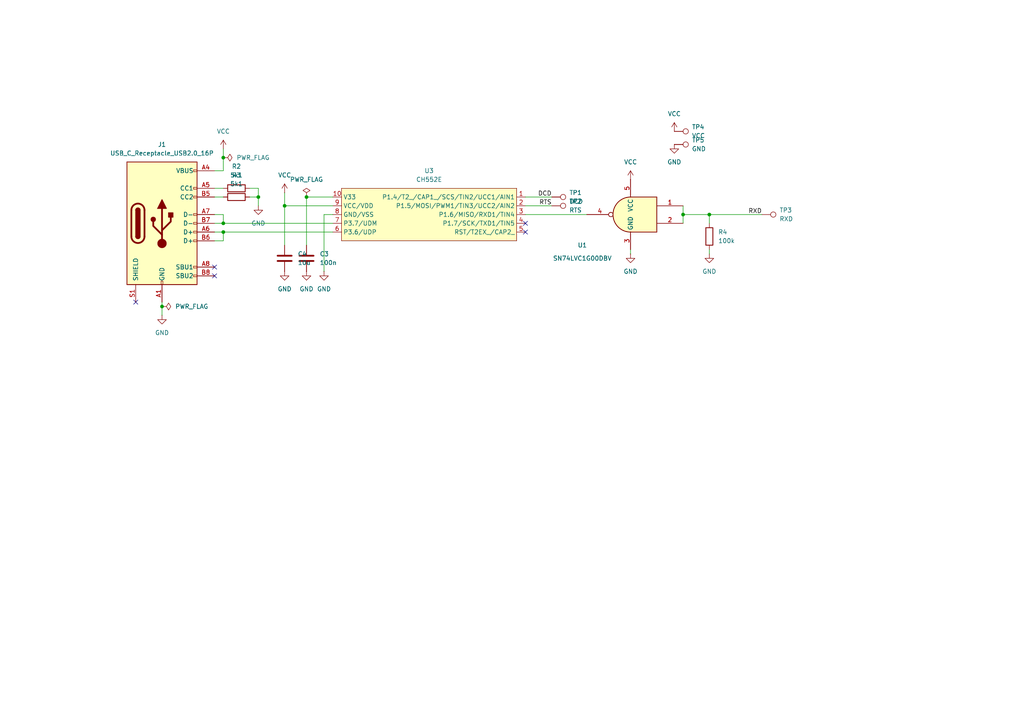
<source format=kicad_sch>
(kicad_sch (version 20231120) (generator "eeschema") (generator_version "8.0")
  (paper "A4")
  (lib_symbols
    (symbol "74xGxx:SN74LVC1G00DBV"
      (property "Reference" "U" (at -5.08 7.62 0))
      (property "Value" "SN74LVC1G00DBV" (at 7.62 -7.62 0))
      (symbol "SN74LVC1G00DBV_0_1"
        (arc (start 0 -5.08) (mid 5.0579 0) (end 0 5.08) (stroke (width 0.254)) (fill (type background)))
        (polyline (pts (xy 0 -5.08) (xy -7.62 -5.08) (xy -7.62 5.08) (xy 0 5.08)) (stroke (width 0.254)) (fill (type background)))
      )
      (symbol "SN74LVC1G00DBV_1_1"
        (pin input line (at -15.24 2.54 0) (length 7.62) (name "~") (number "1"))
        (pin input line (at -15.24 -2.54 0) (length 7.62) (name "~") (number "2"))
        (pin power_in line (at 0 -10.16 90) (length 5.08) (name "GND") (number "3"))
        (pin output inverted (at 12.7 0 180) (length 7.62) (name "~") (number "4"))
        (pin power_in line (at 0 10.16 270) (length 5.08) (name "VCC") (number "5"))
      )
    )
    (symbol "Connector:TestPoint" (pin_numbers hide) (pin_names (offset 0.762) hide)
      (property "Reference" "TP" (at 0 6.858 0))
      (property "Value" "TestPoint" (at 0 5.08 0))
      (symbol "TestPoint_0_1"
        (circle (center 0 3.302) (radius 0.762))
      )
      (symbol "TestPoint_1_1"
        (pin passive line (at 0 0 90) (length 2.54) (name "1") (number "1"))
      )
    )
    (symbol "Connector:USB_C_Receptacle_USB2.0_16P" (pin_names (offset 1.016))
      (property "Reference" "J" (at 0 22.225 0))
      (property "Value" "USB_C_Receptacle_USB2.0_16P" (at 0 19.685 0))
      (symbol "USB_C_Receptacle_USB2.0_16P_0_0"
        (rectangle (start -0.254 -17.78) (end 0.254 -16.764))
        (rectangle (start 10.16 -14.986) (end 9.144 -15.494))
        (rectangle (start 10.16 -12.446) (end 9.144 -12.954))
        (rectangle (start 10.16 -4.826) (end 9.144 -5.334))
        (rectangle (start 10.16 -2.286) (end 9.144 -2.794))
        (rectangle (start 10.16 0.254) (end 9.144 -0.254))
        (rectangle (start 10.16 2.794) (end 9.144 2.286))
        (rectangle (start 10.16 7.874) (end 9.144 7.366))
        (rectangle (start 10.16 10.414) (end 9.144 9.906))
        (rectangle (start 10.16 15.494) (end 9.144 14.986))
      )
      (symbol "USB_C_Receptacle_USB2.0_16P_0_1"
        (rectangle (start -10.16 17.78) (end 10.16 -17.78) (stroke (width 0.254)) (fill (type background)))
        (arc (start -8.89 -3.81) (mid -6.985 -5.7067) (end -5.08 -3.81) (stroke (width 0.508)))
        (arc (start -7.62 -3.81) (mid -6.985 -4.4423) (end -6.35 -3.81) (stroke (width 0.254)))
        (arc (start -7.62 -3.81) (mid -6.985 -4.4423) (end -6.35 -3.81) (stroke (width 0.254)) (fill (type outline)))
        (rectangle (start -7.62 -3.81) (end -6.35 3.81) (stroke (width 0.254)) (fill (type outline)))
        (arc (start -6.35 3.81) (mid -6.985 4.4423) (end -7.62 3.81) (stroke (width 0.254)))
        (arc (start -6.35 3.81) (mid -6.985 4.4423) (end -7.62 3.81) (stroke (width 0.254)) (fill (type outline)))
        (arc (start -5.08 3.81) (mid -6.985 5.7067) (end -8.89 3.81) (stroke (width 0.508)))
        (circle (center -2.54 1.143) (radius 0.635) (stroke (width 0.254)) (fill (type outline)))
        (circle (center 0 -5.842) (radius 1.27) (fill (type outline)))
        (polyline (pts (xy -8.89 -3.81) (xy -8.89 3.81)) (stroke (width 0.508)))
        (polyline (pts (xy -5.08 3.81) (xy -5.08 -3.81)) (stroke (width 0.508)))
        (polyline (pts (xy 0 -5.842) (xy 0 4.318)) (stroke (width 0.508)))
        (polyline (pts (xy 0 -3.302) (xy -2.54 -0.762) (xy -2.54 0.508)) (stroke (width 0.508)))
        (polyline (pts (xy 0 -2.032) (xy 2.54 0.508) (xy 2.54 1.778)) (stroke (width 0.508)))
        (polyline (pts (xy -1.27 4.318) (xy 0 6.858) (xy 1.27 4.318) (xy -1.27 4.318)) (stroke (width 0.254)) (fill (type outline)))
        (rectangle (start 1.905 1.778) (end 3.175 3.048) (stroke (width 0.254)) (fill (type outline)))
      )
      (symbol "USB_C_Receptacle_USB2.0_16P_1_1"
        (pin passive line (at 0 -22.86 90) (length 5.08) (name "GND") (number "A1"))
        (pin passive line (at 0 -22.86 90) (length 5.08) hide (name "GND") (number "A12"))
        (pin passive line (at 15.24 15.24 180) (length 5.08) (name "VBUS") (number "A4"))
        (pin bidirectional line (at 15.24 10.16 180) (length 5.08) (name "CC1") (number "A5"))
        (pin bidirectional line (at 15.24 -2.54 180) (length 5.08) (name "D+") (number "A6"))
        (pin bidirectional line (at 15.24 2.54 180) (length 5.08) (name "D-") (number "A7"))
        (pin bidirectional line (at 15.24 -12.7 180) (length 5.08) (name "SBU1") (number "A8"))
        (pin passive line (at 15.24 15.24 180) (length 5.08) hide (name "VBUS") (number "A9"))
        (pin passive line (at 0 -22.86 90) (length 5.08) hide (name "GND") (number "B1"))
        (pin passive line (at 0 -22.86 90) (length 5.08) hide (name "GND") (number "B12"))
        (pin passive line (at 15.24 15.24 180) (length 5.08) hide (name "VBUS") (number "B4"))
        (pin bidirectional line (at 15.24 7.62 180) (length 5.08) (name "CC2") (number "B5"))
        (pin bidirectional line (at 15.24 -5.08 180) (length 5.08) (name "D+") (number "B6"))
        (pin bidirectional line (at 15.24 0 180) (length 5.08) (name "D-") (number "B7"))
        (pin bidirectional line (at 15.24 -15.24 180) (length 5.08) (name "SBU2") (number "B8"))
        (pin passive line (at 15.24 15.24 180) (length 5.08) hide (name "VBUS") (number "B9"))
        (pin passive line (at -7.62 -22.86 90) (length 5.08) (name "SHIELD") (number "S1"))
      )
    )
    (symbol "Device:C" (pin_numbers hide) (pin_names (offset 0.254))
      (property "Reference" "C" (at 0.635 2.54 0))
      (property "Value" "C" (at 0.635 -2.54 0))
      (symbol "C_0_1"
        (polyline (pts (xy -2.032 -0.762) (xy 2.032 -0.762)) (stroke (width 0.508)))
        (polyline (pts (xy -2.032 0.762) (xy 2.032 0.762)) (stroke (width 0.508)))
      )
      (symbol "C_1_1"
        (pin passive line (at 0 3.81 270) (length 2.794) (name "~") (number "1"))
        (pin passive line (at 0 -3.81 90) (length 2.794) (name "~") (number "2"))
      )
    )
    (symbol "Device:R" (pin_numbers hide) (pin_names (offset 0))
      (property "Reference" "R" (at 2.032 0 90))
      (property "Value" "R" (at 0 0 90))
      (symbol "R_0_1"
        (rectangle (start -1.016 -2.54) (end 1.016 2.54) (stroke (width 0.254)))
      )
      (symbol "R_1_1"
        (pin passive line (at 0 3.81 270) (length 1.27) (name "~") (number "1"))
        (pin passive line (at 0 -3.81 90) (length 1.27) (name "~") (number "2"))
      )
    )
    (symbol "power:GND" (power) (pin_numbers hide) (pin_names (offset 0) hide)
      (property "Value" "GND" (at 0 -3.81 0))
      (symbol "GND_0_1"
        (polyline (pts (xy 0 0) (xy 0 -1.27) (xy 1.27 -1.27) (xy 0 -2.54) (xy -1.27 -1.27) (xy 0 -1.27)))
      )
      (symbol "GND_1_1"
        (pin power_in line (at 0 0 270) (length 0) (name "~") (number "1"))
      )
    )
    (symbol "power:PWR_FLAG" (power) (pin_numbers hide) (pin_names (offset 0) hide)
      (property "Value" "PWR_FLAG" (at 0 3.81 0))
      (symbol "PWR_FLAG_0_0"
        (pin power_out line (at 0 0 90) (length 0) (name "~") (number "1"))
      )
      (symbol "PWR_FLAG_0_1"
        (polyline (pts (xy 0 0) (xy 0 1.27) (xy -1.016 1.905) (xy 0 2.54) (xy 1.016 1.905) (xy 0 1.27)))
      )
    )
    (symbol "power:VCC" (power) (pin_numbers hide) (pin_names (offset 0) hide)
      (property "Value" "VCC" (at 0 3.556 0))
      (symbol "VCC_0_1"
        (polyline (pts (xy -0.762 1.27) (xy 0 2.54)))
        (polyline (pts (xy 0 0) (xy 0 2.54)))
        (polyline (pts (xy 0 2.54) (xy 0.762 1.27)))
      )
      (symbol "VCC_1_1"
        (pin power_in line (at 0 0 90) (length 0) (name "~") (number "1"))
      )
    )
    (symbol "ppk:CH552E"
      (property "Reference" "U" (at -24.638 10.922 0))
      (property "Value" "CH552E" (at -21.59 8.89 0))
      (symbol "CH552E_1_1"
        (rectangle (start -25.4 7.62) (end 25.4 -7.62) (fill (type background)))
        (pin bidirectional line (at -27.94 5.08 0) (length 2.54) (name "P1.4/T2_/CAP1_/SCS/TIN2/UCC1/AIN1") (number "1"))
        (pin power_in line (at 27.94 5.08 180) (length 2.54) (name "V33") (number "10"))
        (pin bidirectional line (at -27.94 2.54 0) (length 2.54) (name "P1.5/MOSI/PWM1/TIN3/UCC2/AIN2") (number "2"))
        (pin bidirectional line (at -27.94 0 0) (length 2.54) (name "P1.6/MISO/RXD1/TIN4") (number "3"))
        (pin bidirectional line (at -27.94 -2.54 0) (length 2.54) (name "P1.7/SCK/TXD1/TIN5") (number "4"))
        (pin bidirectional line (at -27.94 -5.08 0) (length 2.54) (name "RST/T2EX_/CAP2_") (number "5"))
        (pin bidirectional line (at 27.94 -5.08 180) (length 2.54) (name "P3.6/UDP") (number "6"))
        (pin bidirectional line (at 27.94 -2.54 180) (length 2.54) (name "P3.7/UDM") (number "7"))
        (pin power_in line (at 27.94 0 180) (length 2.54) (name "GND/VSS") (number "8"))
        (pin power_in line (at 27.94 2.54 180) (length 2.54) (name "VCC/VDD") (number "9"))
      )
    )
  )
  (junction (at 82.55 59.69))
  (junction (at 88.9 57.15))
  (junction (at 64.77 64.77))
  (junction (at 74.93 57.15))
  (junction (at 64.77 67.31))
  (junction (at 46.99 88.9))
  (junction (at 205.74 62.23))
  (junction (at 198.12 62.23))
  (junction (at 64.77 45.72))
  (no_connect (at 152.4 67.31))
  (no_connect (at 62.23 77.47))
  (no_connect (at 62.23 80.01))
  (no_connect (at 39.37 87.63))
  (no_connect (at 152.4 64.77))
  (wire (pts (xy 64.77 62.23) (xy 64.77 64.77)))
  (wire (pts (xy 62.23 69.85) (xy 64.77 69.85)))
  (wire (pts (xy 205.74 62.23) (xy 220.98 62.23)))
  (wire (pts (xy 62.23 62.23) (xy 64.77 62.23)))
  (wire (pts (xy 88.9 57.15) (xy 88.9 71.12)))
  (wire (pts (xy 72.39 57.15) (xy 74.93 57.15)))
  (wire (pts (xy 64.77 57.15) (xy 62.23 57.15)))
  (wire (pts (xy 64.77 69.85) (xy 64.77 67.31)))
  (wire (pts (xy 62.23 64.77) (xy 64.77 64.77)))
  (wire (pts (xy 64.77 45.72) (xy 64.77 43.18)))
  (wire (pts (xy 152.4 59.69) (xy 160.02 59.69)))
  (wire (pts (xy 64.77 67.31) (xy 96.52 67.31)))
  (wire (pts (xy 82.55 55.88) (xy 82.55 59.69)))
  (wire (pts (xy 74.93 57.15) (xy 74.93 59.69)))
  (wire (pts (xy 96.52 62.23) (xy 93.98 62.23)))
  (wire (pts (xy 62.23 67.31) (xy 64.77 67.31)))
  (wire (pts (xy 82.55 59.69) (xy 96.52 59.69)))
  (wire (pts (xy 93.98 62.23) (xy 93.98 78.74)))
  (wire (pts (xy 64.77 54.61) (xy 62.23 54.61)))
  (wire (pts (xy 198.12 62.23) (xy 198.12 64.77)))
  (wire (pts (xy 160.02 57.15) (xy 152.4 57.15)))
  (wire (pts (xy 82.55 71.12) (xy 82.55 59.69)))
  (wire (pts (xy 62.23 49.53) (xy 64.77 49.53)))
  (wire (pts (xy 198.12 59.69) (xy 198.12 62.23)))
  (wire (pts (xy 152.4 62.23) (xy 170.18 62.23)))
  (wire (pts (xy 72.39 54.61) (xy 74.93 54.61)))
  (wire (pts (xy 64.77 49.53) (xy 64.77 45.72)))
  (wire (pts (xy 46.99 88.9) (xy 46.99 87.63)))
  (wire (pts (xy 74.93 54.61) (xy 74.93 57.15)))
  (wire (pts (xy 46.99 91.44) (xy 46.99 88.9)))
  (wire (pts (xy 205.74 62.23) (xy 205.74 64.77)))
  (wire (pts (xy 88.9 57.15) (xy 96.52 57.15)))
  (wire (pts (xy 205.74 73.66) (xy 205.74 72.39)))
  (wire (pts (xy 198.12 62.23) (xy 205.74 62.23)))
  (wire (pts (xy 182.88 73.66) (xy 182.88 72.39)))
  (wire (pts (xy 64.77 64.77) (xy 96.52 64.77)))
  (label "DCD" (at 160.02 57.15 180))
  (label "RXD" (at 220.98 62.23 180))
  (label "RTS" (at 160.02 59.69 180))
  (symbol (lib_id "power:GND") (at 195.58 41.91 0) (unit 1)
    (property "Reference" "#PWR11" (effects (hide yes)))
    (property "Value" "GND" (at 195.58 46.99 0))
    (property "Description" "Power symbol creates a global label with name \"GND\" , ground" (effects (hide yes)))
  )
  (symbol (lib_id "power:GND") (at 82.55 78.74 0) (unit 1)
    (property "Reference" "#PWR6" (effects (hide yes)))
    (property "Value" "GND" (at 82.55 83.82 0))
    (property "Description" "Power symbol creates a global label with name \"GND\" , ground" (effects (hide yes)))
  )
  (symbol (lib_id "power:PWR_FLAG") (at 88.9 57.15 0) (unit 1)
    (property "Reference" "#FLG3" (effects (hide yes)))
    (property "Value" "PWR_FLAG" (at 88.9 52.07 0))
    (property "Description" "Special symbol for telling ERC where power comes from" (effects (hide yes)))
  )
  (symbol (lib_id "power:GND") (at 74.93 59.69 0) (unit 1)
    (property "Reference" "#PWR1" (effects (hide yes)))
    (property "Value" "GND" (at 74.93 64.77 0))
    (property "Description" "Power symbol creates a global label with name \"GND\" , ground" (effects (hide yes)))
  )
  (symbol (lib_id "power:PWR_FLAG") (at 64.77 45.72 270) (unit 1)
    (property "Reference" "#FLG1" (effects (hide yes)))
    (property "Value" "PWR_FLAG" (at 68.58 45.7199 90) (effects (justify left)))
    (property "Description" "Special symbol for telling ERC where power comes from" (effects (hide yes)))
  )
  (symbol (lib_id "Connector:TestPoint") (at 160.02 59.69 270) (unit 1)
    (property "Reference" "TP2" (at 165.1 58.4199 90) (effects (justify left)))
    (property "Value" "RTS" (at 165.1 60.9599 90) (effects (justify left)))
    (property "Footprint" "TestPoint:TestPoint_Pad_1.5x1.5mm" (effects (hide yes)))
    (property "Description" "test point" (effects (hide yes)))
  )
  (symbol (lib_id "Connector:TestPoint") (at 195.58 38.1 270) (unit 1)
    (property "Reference" "TP4" (at 200.66 36.8299 90) (effects (justify left)))
    (property "Value" "VCC" (at 200.66 39.3699 90) (effects (justify left)))
    (property "Footprint" "TestPoint:TestPoint_Pad_1.5x1.5mm" (effects (hide yes)))
    (property "Description" "test point" (effects (hide yes)))
  )
  (symbol (lib_id "74xGxx:SN74LVC1G00DBV") (at 182.88 62.23 0) (mirror y) (unit 1)
    (property "Reference" "U1" (at 168.91 71.12 0))
    (property "Value" "SN74LVC1G00DBV" (at 168.91 74.93 0))
    (property "Footprint" "Package_TO_SOT_SMD:SOT-23-5" (effects (hide yes)))
    (property "Datasheet" "http://www.ti.com/lit/ds/symlink/sn74lvc1g00.pdf" (effects (hide yes)))
    (property "Description" "Single NAND Gate, Low-Voltage CMOS, SOT-23" (effects (hide yes)))
  )
  (symbol (lib_id "Device:C") (at 88.9 74.93 0) (unit 1)
    (property "Reference" "C3" (at 92.71 73.6599 0) (effects (justify left)))
    (property "Value" "100n" (at 92.71 76.1999 0) (effects (justify left)))
    (property "Footprint" "Capacitor_SMD:C_0805_2012Metric" (effects (hide yes)))
    (property "Description" "Unpolarized capacitor" (effects (hide yes)))
  )
  (symbol (lib_id "Device:R") (at 205.74 68.58 180) (unit 1)
    (property "Reference" "R4" (at 208.28 67.3099 0) (effects (justify right)))
    (property "Value" "100k" (at 208.28 69.8499 0) (effects (justify right)))
    (property "Footprint" "Resistor_SMD:R_0805_2012Metric" (effects (hide yes)))
    (property "Description" "Resistor" (effects (hide yes)))
  )
  (symbol (lib_id "power:GND") (at 46.99 91.44 0) (unit 1)
    (property "Reference" "#PWR4" (effects (hide yes)))
    (property "Value" "GND" (at 46.99 96.52 0))
    (property "Description" "Power symbol creates a global label with name \"GND\" , ground" (effects (hide yes)))
  )
  (symbol (lib_id "Connector:USB_C_Receptacle_USB2.0_16P") (at 46.99 64.77 0) (unit 1)
    (property "Reference" "J1" (at 46.99 41.91 0))
    (property "Value" "USB_C_Receptacle_USB2.0_16P" (at 46.99 44.45 0))
    (property "Footprint" "Connector_USB:USB_C_Receptacle_GCT_USB4110" (effects (hide yes)))
    (property "Datasheet" "https://www.usb.org/sites/default/files/documents/usb_type-c.zip" (effects (hide yes)))
    (property "Description" "USB 2.0-only 16P Type-C Receptacle connector" (effects (hide yes)))
  )
  (symbol (lib_id "power:PWR_FLAG") (at 46.99 88.9 270) (unit 1)
    (property "Reference" "#FLG2" (effects (hide yes)))
    (property "Value" "PWR_FLAG" (at 50.8 88.8999 90) (effects (justify left)))
    (property "Description" "Special symbol for telling ERC where power comes from" (effects (hide yes)))
  )
  (symbol (lib_id "Connector:TestPoint") (at 220.98 62.23 270) (unit 1)
    (property "Reference" "TP3" (at 226.06 60.9599 90) (effects (justify left)))
    (property "Value" "RXD" (at 226.06 63.4999 90) (effects (justify left)))
    (property "Footprint" "TestPoint:TestPoint_Pad_1.5x1.5mm" (effects (hide yes)))
    (property "Description" "test point" (effects (hide yes)))
  )
  (symbol (lib_id "Device:R") (at 68.58 57.15 90) (unit 1)
    (property "Reference" "R3" (at 68.58 50.8 90))
    (property "Value" "5k1" (at 68.58 53.34 90))
    (property "Footprint" "Resistor_SMD:R_0805_2012Metric" (effects (hide yes)))
    (property "Description" "Resistor" (effects (hide yes)))
  )
  (symbol (lib_id "power:GND") (at 205.74 73.66 0) (unit 1)
    (property "Reference" "#PWR10" (effects (hide yes)))
    (property "Value" "GND" (at 205.74 78.74 0))
    (property "Description" "Power symbol creates a global label with name \"GND\" , ground" (effects (hide yes)))
  )
  (symbol (lib_id "power:VCC") (at 64.77 43.18 0) (unit 1)
    (property "Reference" "#PWR3" (effects (hide yes)))
    (property "Value" "VCC" (at 64.77 38.1 0))
    (property "Description" "Power symbol creates a global label with name \"VCC\"" (effects (hide yes)))
  )
  (symbol (lib_id "Connector:TestPoint") (at 160.02 57.15 270) (unit 1)
    (property "Reference" "TP1" (at 165.1 55.8799 90) (effects (justify left)))
    (property "Value" "DCD" (at 165.1 58.4199 90) (effects (justify left)))
    (property "Footprint" "TestPoint:TestPoint_Pad_1.5x1.5mm" (effects (hide yes)))
    (property "Description" "test point" (effects (hide yes)))
  )
  (symbol (lib_id "ppk:CH552E") (at 124.46 62.23 0) (mirror y) (unit 1)
    (property "Reference" "U3" (at 124.46 49.53 0))
    (property "Value" "CH552E" (at 124.46 52.07 0))
    (property "Footprint" "Package_SO:MSOP-10_3x3mm_P0.5mm" (effects (hide yes)))
  )
  (symbol (lib_id "Device:C") (at 82.55 74.93 0) (unit 1)
    (property "Reference" "C4" (at 86.36 73.6599 0) (effects (justify left)))
    (property "Value" "10u" (at 86.36 76.1999 0) (effects (justify left)))
    (property "Footprint" "Capacitor_SMD:C_0805_2012Metric" (effects (hide yes)))
    (property "Description" "Unpolarized capacitor" (effects (hide yes)))
  )
  (symbol (lib_id "power:GND") (at 182.88 73.66 0) (unit 1)
    (property "Reference" "#PWR9" (effects (hide yes)))
    (property "Value" "GND" (at 182.88 78.74 0))
    (property "Description" "Power symbol creates a global label with name \"GND\" , ground" (effects (hide yes)))
  )
  (symbol (lib_id "Connector:TestPoint") (at 195.58 41.91 270) (unit 1)
    (property "Reference" "TP5" (at 200.66 40.6399 90) (effects (justify left)))
    (property "Value" "GND" (at 200.66 43.1799 90) (effects (justify left)))
    (property "Footprint" "TestPoint:TestPoint_Pad_1.5x1.5mm" (effects (hide yes)))
    (property "Description" "test point" (effects (hide yes)))
  )
  (symbol (lib_id "power:VCC") (at 182.88 52.07 0) (unit 1)
    (property "Reference" "#PWR2" (effects (hide yes)))
    (property "Value" "VCC" (at 182.88 46.99 0))
    (property "Description" "Power symbol creates a global label with name \"VCC\"" (effects (hide yes)))
  )
  (symbol (lib_id "power:VCC") (at 195.58 38.1 0) (unit 1)
    (property "Reference" "#PWR12" (effects (hide yes)))
    (property "Value" "VCC" (at 195.58 33.02 0))
    (property "Description" "Power symbol creates a global label with name \"VCC\"" (effects (hide yes)))
  )
  (symbol (lib_id "Device:R") (at 68.58 54.61 90) (unit 1)
    (property "Reference" "R2" (at 68.58 48.26 90))
    (property "Value" "5k1" (at 68.58 50.8 90))
    (property "Footprint" "Resistor_SMD:R_0805_2012Metric" (effects (hide yes)))
    (property "Description" "Resistor" (effects (hide yes)))
  )
  (symbol (lib_id "power:VCC") (at 82.55 55.88 0) (unit 1)
    (property "Reference" "#PWR5" (effects (hide yes)))
    (property "Value" "VCC" (at 82.55 50.8 0))
    (property "Description" "Power symbol creates a global label with name \"VCC\"" (effects (hide yes)))
  )
  (symbol (lib_id "power:GND") (at 93.98 78.74 0) (unit 1)
    (property "Reference" "#PWR8" (effects (hide yes)))
    (property "Value" "GND" (at 93.98 83.82 0))
    (property "Description" "Power symbol creates a global label with name \"GND\" , ground" (effects (hide yes)))
  )
  (symbol (lib_id "power:GND") (at 88.9 78.74 0) (unit 1)
    (property "Reference" "#PWR7" (effects (hide yes)))
    (property "Value" "GND" (at 88.9 83.82 0))
    (property "Description" "Power symbol creates a global label with name \"GND\" , ground" (effects (hide yes)))
  )
)
</source>
